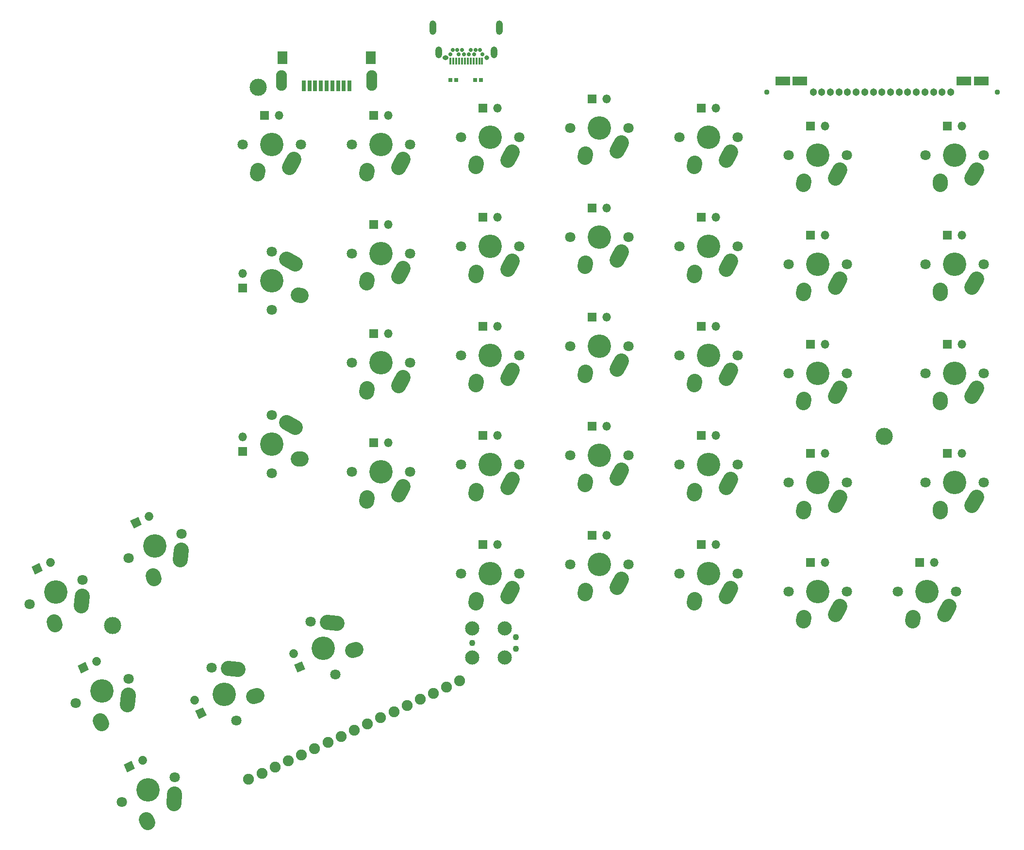
<source format=gts>
G04 #@! TF.FileFunction,Soldermask,Top*
%FSLAX46Y46*%
G04 Gerber Fmt 4.6, Leading zero omitted, Abs format (unit mm)*
G04 Created by KiCad (PCBNEW (2016-03-18 BZR 6629, Git 60d93d0)-product) date 7/17/2016 1:37:34 PM*
%MOMM*%
G01*
G04 APERTURE LIST*
%ADD10C,0.150000*%
%ADD11C,0.801600*%
%ADD12R,0.401600X1.201600*%
%ADD13C,0.701600*%
%ADD14O,1.201600X2.051600*%
%ADD15O,1.201600X2.501600*%
%ADD16O,1.051600X0.801600*%
%ADD17C,1.901600*%
%ADD18C,1.092210*%
%ADD19C,2.476510*%
%ADD20O,1.901600X3.601600*%
%ADD21R,0.801600X1.901600*%
%ADD22R,1.741600X2.301600*%
%ADD23R,2.501600X1.601600*%
%ADD24C,1.301600*%
%ADD25C,0.951610*%
%ADD26C,3.000000*%
%ADD27O,1.501600X1.501600*%
%ADD28R,1.501600X1.501600*%
%ADD29C,1.501600*%
%ADD30C,4.089410*%
%ADD31C,1.803410*%
%ADD32C,2.601600*%
%ADD33R,0.701600X0.751600*%
G04 APERTURE END LIST*
D10*
D11*
X109899000Y-49936400D03*
D12*
X109049000Y-50596400D03*
X108549000Y-50596400D03*
X108049000Y-50596400D03*
X107549000Y-50596400D03*
X107049000Y-50596400D03*
X106549000Y-50596400D03*
X106049000Y-50596400D03*
X105549000Y-50596400D03*
X105049000Y-50596400D03*
X104549000Y-50596400D03*
X104049000Y-50596400D03*
X103549000Y-50596400D03*
D13*
X103499000Y-49386400D03*
X103899000Y-48586400D03*
X104699000Y-48586400D03*
X104949000Y-49386400D03*
X105499000Y-48586400D03*
X105899000Y-49386400D03*
X106699000Y-49386400D03*
X107099000Y-48586400D03*
X107649000Y-49386400D03*
X107899000Y-48586400D03*
X108699000Y-48586400D03*
X109099000Y-49386400D03*
D14*
X111099000Y-49011400D03*
X101499000Y-49061400D03*
D15*
X112099000Y-44686400D03*
X100499000Y-44686400D03*
D16*
X102699000Y-49936400D03*
D17*
X68324826Y-175973603D03*
X70626848Y-174900153D03*
X72928869Y-173826702D03*
X75230891Y-172753252D03*
X77532913Y-171679802D03*
X79834935Y-170606351D03*
X82136956Y-169532901D03*
X84438978Y-168459450D03*
X86741000Y-167386000D03*
X89043022Y-166312550D03*
X91345044Y-165239099D03*
X93647065Y-164165649D03*
X95949087Y-163092198D03*
X98251109Y-162018748D03*
X100553131Y-160945298D03*
X102855152Y-159871847D03*
X105157174Y-158798397D03*
D18*
X107315000Y-152146000D03*
X114935000Y-153162000D03*
X114935000Y-151130000D03*
D19*
X107315000Y-154686000D03*
X113030000Y-154686000D03*
X107315000Y-149606000D03*
X113030000Y-149606000D03*
D20*
X74015000Y-53958000D03*
X89815000Y-53958000D03*
D21*
X81915000Y-54858000D03*
X80915000Y-54858000D03*
X79915000Y-54858000D03*
X78915000Y-54858000D03*
X77915000Y-54858000D03*
X82915000Y-54858000D03*
X83915000Y-54858000D03*
X84915000Y-54858000D03*
X85915000Y-54858000D03*
D22*
X74245000Y-49958000D03*
X89585000Y-49958000D03*
D23*
X161500000Y-54064000D03*
X164500000Y-54064000D03*
D24*
X166800000Y-56014000D03*
X168300000Y-56014000D03*
X169800000Y-56014000D03*
X171300000Y-56014000D03*
X172800000Y-56014000D03*
X174300000Y-56014000D03*
X175800000Y-56014000D03*
X177300000Y-56014000D03*
X178800000Y-56014000D03*
X180300000Y-56014000D03*
X181800000Y-56014000D03*
X183300000Y-56014000D03*
X184800000Y-56014000D03*
X186300000Y-56014000D03*
X187800000Y-56014000D03*
X189300000Y-56014000D03*
X190800000Y-56014000D03*
D23*
X193100000Y-54064000D03*
X196100000Y-54064000D03*
D25*
X198900000Y-56014000D03*
X158700000Y-56014000D03*
D26*
X44577000Y-149098000D03*
X179197000Y-116078000D03*
X69977000Y-55118000D03*
D27*
X168910000Y-80972700D03*
D28*
X166370000Y-80972700D03*
D29*
X49804711Y-172661275D02*
X49804711Y-172661275D01*
D10*
G36*
X47139535Y-174732483D02*
X46504931Y-173371571D01*
X47865843Y-172736967D01*
X48500447Y-174097879D01*
X47139535Y-174732483D01*
X47139535Y-174732483D01*
G37*
D27*
X168910000Y-119073000D03*
D28*
X166370000Y-119073000D03*
D27*
X149860000Y-77797700D03*
D28*
X147320000Y-77797700D03*
D27*
X149860000Y-115898000D03*
D28*
X147320000Y-115898000D03*
D27*
X130810000Y-76200000D03*
D28*
X128270000Y-76200000D03*
D27*
X130810000Y-114300000D03*
D28*
X128270000Y-114300000D03*
D27*
X111760000Y-77797700D03*
D28*
X109220000Y-77797700D03*
D27*
X192722000Y-119073000D03*
D28*
X190182000Y-119073000D03*
D27*
X192722000Y-80972700D03*
D28*
X190182000Y-80972700D03*
D29*
X41752911Y-155394275D02*
X41752911Y-155394275D01*
D10*
G36*
X39087735Y-157465483D02*
X38453131Y-156104571D01*
X39814043Y-155469967D01*
X40448647Y-156830879D01*
X39087735Y-157465483D01*
X39087735Y-157465483D01*
G37*
D27*
X92710000Y-98118000D03*
D28*
X90170000Y-98118000D03*
D27*
X111760000Y-115898000D03*
D28*
X109220000Y-115898000D03*
D27*
X111760000Y-96848000D03*
D28*
X109220000Y-96848000D03*
D29*
X58899275Y-162114989D02*
X58899275Y-162114989D01*
D10*
G36*
X60970483Y-164780165D02*
X59609571Y-165414769D01*
X58974967Y-164053857D01*
X60335879Y-163419253D01*
X60970483Y-164780165D01*
X60970483Y-164780165D01*
G37*
D27*
X149860000Y-58747700D03*
D28*
X147320000Y-58747700D03*
D27*
X130810000Y-95250000D03*
D28*
X128270000Y-95250000D03*
D29*
X76161075Y-154058989D02*
X76161075Y-154058989D01*
D10*
G36*
X78232283Y-156724165D02*
X76871371Y-157358769D01*
X76236767Y-155997857D01*
X77597679Y-155363253D01*
X78232283Y-156724165D01*
X78232283Y-156724165D01*
G37*
D27*
X92710000Y-60020200D03*
D28*
X90170000Y-60020200D03*
D27*
X149860000Y-96848000D03*
D28*
X147320000Y-96848000D03*
D27*
X111760000Y-134948000D03*
D28*
X109220000Y-134948000D03*
D27*
X111760000Y-58747700D03*
D28*
X109220000Y-58747700D03*
D27*
X168910000Y-100023000D03*
D28*
X166370000Y-100023000D03*
D27*
X130810000Y-133350000D03*
D28*
X128270000Y-133350000D03*
D27*
X130810000Y-57150000D03*
D28*
X128270000Y-57150000D03*
D27*
X192722000Y-100023000D03*
D28*
X190182000Y-100023000D03*
D27*
X149860000Y-134948000D03*
D28*
X147320000Y-134948000D03*
D27*
X73660000Y-60020200D03*
D28*
X71120000Y-60020200D03*
D29*
X33703611Y-138130275D02*
X33703611Y-138130275D01*
D10*
G36*
X31038435Y-140201483D02*
X30403831Y-138840571D01*
X31764743Y-138205967D01*
X32399347Y-139566879D01*
X31038435Y-140201483D01*
X31038435Y-140201483D01*
G37*
D27*
X168910000Y-138123000D03*
D28*
X166370000Y-138123000D03*
D27*
X168910000Y-61925200D03*
D28*
X166370000Y-61925200D03*
D29*
X50968011Y-130080275D02*
X50968011Y-130080275D01*
D10*
G36*
X48302835Y-132151483D02*
X47668231Y-130790571D01*
X49029143Y-130155967D01*
X49663747Y-131516879D01*
X48302835Y-132151483D01*
X48302835Y-132151483D01*
G37*
D27*
X187960000Y-138123000D03*
D28*
X185420000Y-138123000D03*
D27*
X192722000Y-61925200D03*
D28*
X190182000Y-61925200D03*
D27*
X67310000Y-116215000D03*
D28*
X67310000Y-118755000D03*
D27*
X67310000Y-87640200D03*
D28*
X67310000Y-90180200D03*
D27*
X92710000Y-117168000D03*
D28*
X90170000Y-117168000D03*
D27*
X92710000Y-79067700D03*
D28*
X90170000Y-79067700D03*
D30*
X81302900Y-153065000D03*
D31*
X79155999Y-148460956D03*
X83449801Y-157669044D03*
D32*
X83660426Y-148656034D02*
X81994596Y-148538086D01*
X86979669Y-153220155D02*
X86438555Y-153428953D01*
D30*
X51963300Y-135219000D03*
D31*
X56567344Y-133072099D03*
X47359256Y-137365901D03*
D32*
X56372266Y-137576526D02*
X56490214Y-135910696D01*
X51808145Y-140895769D02*
X51599347Y-140354655D01*
D30*
X91440000Y-65100200D03*
D31*
X96520000Y-65100200D03*
X86360000Y-65100200D03*
D32*
X94439547Y-69100154D02*
X95250453Y-67640246D01*
X88900276Y-70179528D02*
X88939724Y-69600872D01*
D30*
X148590000Y-82877700D03*
D31*
X153670000Y-82877700D03*
X143510000Y-82877700D03*
D32*
X151589547Y-86877654D02*
X152400453Y-85417746D01*
X146050276Y-87957028D02*
X146089724Y-87378372D01*
D30*
X64038500Y-161117000D03*
D31*
X61891599Y-156512956D03*
X66185401Y-165721044D03*
D32*
X66396026Y-156708034D02*
X64730196Y-156590086D01*
X69715269Y-161272155D02*
X69174155Y-161480953D01*
D30*
X110490000Y-140028000D03*
D31*
X115570000Y-140028000D03*
X105410000Y-140028000D03*
D32*
X113489547Y-144027954D02*
X114300453Y-142568046D01*
X107950276Y-145107328D02*
X107989724Y-144528672D01*
D30*
X129540000Y-138430000D03*
D31*
X134620000Y-138430000D03*
X124460000Y-138430000D03*
D32*
X132539547Y-142429954D02*
X133350453Y-140970046D01*
X127000276Y-143509328D02*
X127039724Y-142930672D01*
D30*
X167640000Y-143203000D03*
D31*
X172720000Y-143203000D03*
X162560000Y-143203000D03*
D32*
X170639547Y-147202954D02*
X171450453Y-145743046D01*
X165100276Y-148282328D02*
X165139724Y-147703672D01*
D30*
X91440000Y-122248000D03*
D31*
X96520000Y-122248000D03*
X86360000Y-122248000D03*
D32*
X94439547Y-126247954D02*
X95250453Y-124788046D01*
X88900276Y-127327328D02*
X88939724Y-126748672D01*
D30*
X110490000Y-120978000D03*
D31*
X115570000Y-120978000D03*
X105410000Y-120978000D03*
D32*
X113489547Y-124977954D02*
X114300453Y-123518046D01*
X107950276Y-126057328D02*
X107989724Y-125478672D01*
D30*
X129540000Y-119380000D03*
D31*
X134620000Y-119380000D03*
X124460000Y-119380000D03*
D32*
X132539547Y-123379954D02*
X133350453Y-121920046D01*
X127000276Y-124459328D02*
X127039724Y-123880672D01*
D30*
X148590000Y-120978000D03*
D31*
X153670000Y-120978000D03*
X143510000Y-120978000D03*
D32*
X151589547Y-124977954D02*
X152400453Y-123518046D01*
X146050276Y-126057328D02*
X146089724Y-125478672D01*
D30*
X167640000Y-124153000D03*
D31*
X172720000Y-124153000D03*
X162560000Y-124153000D03*
D32*
X170639547Y-128152954D02*
X171450453Y-126693046D01*
X165100276Y-129232328D02*
X165139724Y-128653672D01*
D30*
X91440000Y-103198000D03*
D31*
X96520000Y-103198000D03*
X86360000Y-103198000D03*
D32*
X94439547Y-107197954D02*
X95250453Y-105738046D01*
X88900276Y-108277328D02*
X88939724Y-107698672D01*
D30*
X110490000Y-101928000D03*
D31*
X115570000Y-101928000D03*
X105410000Y-101928000D03*
D32*
X113489547Y-105927954D02*
X114300453Y-104468046D01*
X107950276Y-107007328D02*
X107989724Y-106428672D01*
D30*
X129540000Y-100330000D03*
D31*
X134620000Y-100330000D03*
X124460000Y-100330000D03*
D32*
X132539547Y-104329954D02*
X133350453Y-102870046D01*
X127000276Y-105409328D02*
X127039724Y-104830672D01*
D30*
X148590000Y-101928000D03*
D31*
X153670000Y-101928000D03*
X143510000Y-101928000D03*
D32*
X151589547Y-105927954D02*
X152400453Y-104468046D01*
X146050276Y-107007328D02*
X146089724Y-106428672D01*
D30*
X167640000Y-105103000D03*
D31*
X172720000Y-105103000D03*
X162560000Y-105103000D03*
D32*
X170639547Y-109102954D02*
X171450453Y-107643046D01*
X165100276Y-110182328D02*
X165139724Y-109603672D01*
D30*
X110490000Y-82877700D03*
D31*
X115570000Y-82877700D03*
X105410000Y-82877700D03*
D32*
X113489547Y-86877654D02*
X114300453Y-85417746D01*
X107950276Y-87957028D02*
X107989724Y-87378372D01*
D30*
X129540000Y-81280000D03*
D31*
X134620000Y-81280000D03*
X124460000Y-81280000D03*
D32*
X132539547Y-85279954D02*
X133350453Y-83820046D01*
X127000276Y-86359328D02*
X127039724Y-85780672D01*
D30*
X167640000Y-86052700D03*
D31*
X172720000Y-86052700D03*
X162560000Y-86052700D03*
D32*
X170639547Y-90052654D02*
X171450453Y-88592746D01*
X165100276Y-91132028D02*
X165139724Y-90553372D01*
D30*
X148590000Y-140028000D03*
D31*
X153670000Y-140028000D03*
X143510000Y-140028000D03*
D32*
X151589547Y-144027954D02*
X152400453Y-142568046D01*
X146050276Y-145107328D02*
X146089724Y-144528672D01*
D30*
X110490000Y-63827700D03*
D31*
X115570000Y-63827700D03*
X105410000Y-63827700D03*
D32*
X113489547Y-67827654D02*
X114300453Y-66367746D01*
X107950276Y-68907028D02*
X107989724Y-68328372D01*
D30*
X129540000Y-62230000D03*
D31*
X134620000Y-62230000D03*
X124460000Y-62230000D03*
D32*
X132539547Y-66229954D02*
X133350453Y-64770046D01*
X127000276Y-67309328D02*
X127039724Y-66730672D01*
D30*
X148590000Y-63827700D03*
D31*
X153670000Y-63827700D03*
X143510000Y-63827700D03*
D32*
X151589547Y-67827654D02*
X152400453Y-66367746D01*
X146050276Y-68907028D02*
X146089724Y-68328372D01*
D30*
X167640000Y-67005200D03*
D31*
X172720000Y-67005200D03*
X162560000Y-67005200D03*
D32*
X170639547Y-71005154D02*
X171450453Y-69545246D01*
X165100276Y-72084528D02*
X165139724Y-71505872D01*
D30*
X34698900Y-143269000D03*
D31*
X39302944Y-141122099D03*
X30094856Y-145415901D03*
D32*
X39107866Y-145626526D02*
X39225814Y-143960696D01*
X34543745Y-148945769D02*
X34334947Y-148404655D01*
D30*
X50800000Y-177800000D03*
D31*
X55404044Y-175653099D03*
X46195956Y-179946901D03*
D32*
X55208966Y-180157526D02*
X55326914Y-178491696D01*
X50644845Y-183476769D02*
X50436047Y-182935655D01*
D30*
X42748200Y-160533000D03*
D31*
X47352244Y-158386099D03*
X38144156Y-162679901D03*
D32*
X47157166Y-162890526D02*
X47275114Y-161224696D01*
X42593045Y-166209769D02*
X42384247Y-165668655D01*
D30*
X91440000Y-84147700D03*
D31*
X96520000Y-84147700D03*
X86360000Y-84147700D03*
D32*
X94439547Y-88147654D02*
X95250453Y-86687746D01*
X88900276Y-89227028D02*
X88939724Y-88648372D01*
D30*
X186690000Y-143203000D03*
D31*
X191770000Y-143203000D03*
X181610000Y-143203000D03*
D32*
X189689547Y-147202954D02*
X190500453Y-145743046D01*
X184150276Y-148282328D02*
X184189724Y-147703672D01*
D30*
X72390000Y-117485000D03*
D31*
X72390000Y-112405000D03*
X72390000Y-122565000D03*
D32*
X76389954Y-114485453D02*
X74930046Y-113674547D01*
X77469328Y-120024724D02*
X76890672Y-119985276D01*
D30*
X72390000Y-65100200D03*
D31*
X77470000Y-65100200D03*
X67310000Y-65100200D03*
D32*
X75389547Y-69100154D02*
X76200453Y-67640246D01*
X69850276Y-70179528D02*
X69889724Y-69600872D01*
D30*
X72390000Y-88910200D03*
D31*
X72390000Y-83830200D03*
X72390000Y-93990200D03*
D32*
X76389954Y-85910653D02*
X74930046Y-85099747D01*
X77469328Y-91449924D02*
X76890672Y-91410476D01*
D30*
X191452000Y-124153000D03*
D31*
X196532000Y-124153000D03*
X186372000Y-124153000D03*
D32*
X194451547Y-128152954D02*
X195262453Y-126693046D01*
X188912276Y-129232328D02*
X188951724Y-128653672D01*
D30*
X191452000Y-67005200D03*
D31*
X196532000Y-67005200D03*
X186372000Y-67005200D03*
D32*
X194451547Y-71005154D02*
X195262453Y-69545246D01*
X188912276Y-72084528D02*
X188951724Y-71505872D01*
D30*
X191452000Y-86052700D03*
D31*
X196532000Y-86052700D03*
X186372000Y-86052700D03*
D32*
X194451547Y-90052654D02*
X195262453Y-88592746D01*
X188912276Y-91132028D02*
X188951724Y-90553372D01*
D30*
X191452000Y-105103000D03*
D31*
X196532000Y-105103000D03*
X186372000Y-105103000D03*
D32*
X194451547Y-109102954D02*
X195262453Y-107643046D01*
X188912276Y-110182328D02*
X188951724Y-109603672D01*
D33*
X104513000Y-53848000D03*
X103513000Y-53848000D03*
X107831000Y-53848000D03*
X108831000Y-53848000D03*
M02*

</source>
